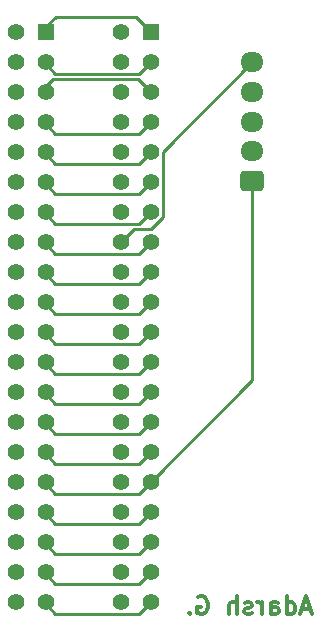
<source format=gbr>
%TF.GenerationSoftware,KiCad,Pcbnew,7.0.5*%
%TF.CreationDate,2023-12-19T10:56:59-08:00*%
%TF.ProjectId,PiN_PiHat,50694e5f-5069-4486-9174-2e6b69636164,rev?*%
%TF.SameCoordinates,Original*%
%TF.FileFunction,Copper,L2,Bot*%
%TF.FilePolarity,Positive*%
%FSLAX46Y46*%
G04 Gerber Fmt 4.6, Leading zero omitted, Abs format (unit mm)*
G04 Created by KiCad (PCBNEW 7.0.5) date 2023-12-19 10:56:59*
%MOMM*%
%LPD*%
G01*
G04 APERTURE LIST*
G04 Aperture macros list*
%AMRoundRect*
0 Rectangle with rounded corners*
0 $1 Rounding radius*
0 $2 $3 $4 $5 $6 $7 $8 $9 X,Y pos of 4 corners*
0 Add a 4 corners polygon primitive as box body*
4,1,4,$2,$3,$4,$5,$6,$7,$8,$9,$2,$3,0*
0 Add four circle primitives for the rounded corners*
1,1,$1+$1,$2,$3*
1,1,$1+$1,$4,$5*
1,1,$1+$1,$6,$7*
1,1,$1+$1,$8,$9*
0 Add four rect primitives between the rounded corners*
20,1,$1+$1,$2,$3,$4,$5,0*
20,1,$1+$1,$4,$5,$6,$7,0*
20,1,$1+$1,$6,$7,$8,$9,0*
20,1,$1+$1,$8,$9,$2,$3,0*%
G04 Aperture macros list end*
%ADD10C,0.300000*%
%TA.AperFunction,NonConductor*%
%ADD11C,0.300000*%
%TD*%
%TA.AperFunction,ComponentPad*%
%ADD12C,1.398000*%
%TD*%
%TA.AperFunction,ComponentPad*%
%ADD13R,1.398000X1.398000*%
%TD*%
%TA.AperFunction,ComponentPad*%
%ADD14RoundRect,0.250000X0.725000X-0.600000X0.725000X0.600000X-0.725000X0.600000X-0.725000X-0.600000X0*%
%TD*%
%TA.AperFunction,ComponentPad*%
%ADD15O,1.950000X1.700000*%
%TD*%
%TA.AperFunction,Conductor*%
%ADD16C,0.250000*%
%TD*%
G04 APERTURE END LIST*
D10*
D11*
X135406917Y-76842257D02*
X134692632Y-76842257D01*
X135549774Y-77270828D02*
X135049774Y-75770828D01*
X135049774Y-75770828D02*
X134549774Y-77270828D01*
X133406918Y-77270828D02*
X133406918Y-75770828D01*
X133406918Y-77199400D02*
X133549775Y-77270828D01*
X133549775Y-77270828D02*
X133835489Y-77270828D01*
X133835489Y-77270828D02*
X133978346Y-77199400D01*
X133978346Y-77199400D02*
X134049775Y-77127971D01*
X134049775Y-77127971D02*
X134121203Y-76985114D01*
X134121203Y-76985114D02*
X134121203Y-76556542D01*
X134121203Y-76556542D02*
X134049775Y-76413685D01*
X134049775Y-76413685D02*
X133978346Y-76342257D01*
X133978346Y-76342257D02*
X133835489Y-76270828D01*
X133835489Y-76270828D02*
X133549775Y-76270828D01*
X133549775Y-76270828D02*
X133406918Y-76342257D01*
X132049775Y-77270828D02*
X132049775Y-76485114D01*
X132049775Y-76485114D02*
X132121203Y-76342257D01*
X132121203Y-76342257D02*
X132264060Y-76270828D01*
X132264060Y-76270828D02*
X132549775Y-76270828D01*
X132549775Y-76270828D02*
X132692632Y-76342257D01*
X132049775Y-77199400D02*
X132192632Y-77270828D01*
X132192632Y-77270828D02*
X132549775Y-77270828D01*
X132549775Y-77270828D02*
X132692632Y-77199400D01*
X132692632Y-77199400D02*
X132764060Y-77056542D01*
X132764060Y-77056542D02*
X132764060Y-76913685D01*
X132764060Y-76913685D02*
X132692632Y-76770828D01*
X132692632Y-76770828D02*
X132549775Y-76699400D01*
X132549775Y-76699400D02*
X132192632Y-76699400D01*
X132192632Y-76699400D02*
X132049775Y-76627971D01*
X131335489Y-77270828D02*
X131335489Y-76270828D01*
X131335489Y-76556542D02*
X131264060Y-76413685D01*
X131264060Y-76413685D02*
X131192632Y-76342257D01*
X131192632Y-76342257D02*
X131049774Y-76270828D01*
X131049774Y-76270828D02*
X130906917Y-76270828D01*
X130478346Y-77199400D02*
X130335489Y-77270828D01*
X130335489Y-77270828D02*
X130049775Y-77270828D01*
X130049775Y-77270828D02*
X129906918Y-77199400D01*
X129906918Y-77199400D02*
X129835489Y-77056542D01*
X129835489Y-77056542D02*
X129835489Y-76985114D01*
X129835489Y-76985114D02*
X129906918Y-76842257D01*
X129906918Y-76842257D02*
X130049775Y-76770828D01*
X130049775Y-76770828D02*
X130264061Y-76770828D01*
X130264061Y-76770828D02*
X130406918Y-76699400D01*
X130406918Y-76699400D02*
X130478346Y-76556542D01*
X130478346Y-76556542D02*
X130478346Y-76485114D01*
X130478346Y-76485114D02*
X130406918Y-76342257D01*
X130406918Y-76342257D02*
X130264061Y-76270828D01*
X130264061Y-76270828D02*
X130049775Y-76270828D01*
X130049775Y-76270828D02*
X129906918Y-76342257D01*
X129192632Y-77270828D02*
X129192632Y-75770828D01*
X128549775Y-77270828D02*
X128549775Y-76485114D01*
X128549775Y-76485114D02*
X128621203Y-76342257D01*
X128621203Y-76342257D02*
X128764060Y-76270828D01*
X128764060Y-76270828D02*
X128978346Y-76270828D01*
X128978346Y-76270828D02*
X129121203Y-76342257D01*
X129121203Y-76342257D02*
X129192632Y-76413685D01*
X125906917Y-75842257D02*
X126049775Y-75770828D01*
X126049775Y-75770828D02*
X126264060Y-75770828D01*
X126264060Y-75770828D02*
X126478346Y-75842257D01*
X126478346Y-75842257D02*
X126621203Y-75985114D01*
X126621203Y-75985114D02*
X126692632Y-76127971D01*
X126692632Y-76127971D02*
X126764060Y-76413685D01*
X126764060Y-76413685D02*
X126764060Y-76627971D01*
X126764060Y-76627971D02*
X126692632Y-76913685D01*
X126692632Y-76913685D02*
X126621203Y-77056542D01*
X126621203Y-77056542D02*
X126478346Y-77199400D01*
X126478346Y-77199400D02*
X126264060Y-77270828D01*
X126264060Y-77270828D02*
X126121203Y-77270828D01*
X126121203Y-77270828D02*
X125906917Y-77199400D01*
X125906917Y-77199400D02*
X125835489Y-77127971D01*
X125835489Y-77127971D02*
X125835489Y-76627971D01*
X125835489Y-76627971D02*
X126121203Y-76627971D01*
X125192632Y-77127971D02*
X125121203Y-77199400D01*
X125121203Y-77199400D02*
X125192632Y-77270828D01*
X125192632Y-77270828D02*
X125264060Y-77199400D01*
X125264060Y-77199400D02*
X125192632Y-77127971D01*
X125192632Y-77127971D02*
X125192632Y-77270828D01*
D12*
%TO.P,PI_to_Header1,1,Pin_1*%
%TO.N,Net-(Out1-Pin_1)*%
X110490000Y-27940000D03*
D13*
%TO.P,PI_to_Header1,2,Pin_2*%
%TO.N,Net-(Out1-Pin_2)*%
X113030000Y-27940000D03*
D12*
%TO.P,PI_to_Header1,3,Pin_3*%
%TO.N,Net-(Out1-Pin_3)*%
X110490000Y-30480000D03*
%TO.P,PI_to_Header1,4,Pin_4*%
%TO.N,Net-(Out1-Pin_4)*%
X113030000Y-30480000D03*
%TO.P,PI_to_Header1,5,Pin_5*%
%TO.N,Net-(Out1-Pin_5)*%
X110490000Y-33020000D03*
%TO.P,PI_to_Header1,6,Pin_6*%
%TO.N,Net-(Out1-Pin_6)*%
X113030000Y-33020000D03*
%TO.P,PI_to_Header1,7,Pin_7*%
%TO.N,Net-(Out1-Pin_7)*%
X110490000Y-35560000D03*
%TO.P,PI_to_Header1,8,Pin_8*%
%TO.N,Net-(Out1-Pin_8)*%
X113030000Y-35560000D03*
%TO.P,PI_to_Header1,9,Pin_9*%
%TO.N,Net-(Out1-Pin_9)*%
X110490000Y-38100000D03*
%TO.P,PI_to_Header1,10,Pin_10*%
%TO.N,Net-(Out1-Pin_10)*%
X113030000Y-38100000D03*
%TO.P,PI_to_Header1,11,Pin_11*%
%TO.N,Net-(Out1-Pin_11)*%
X110490000Y-40640000D03*
%TO.P,PI_to_Header1,12,Pin_12*%
%TO.N,Net-(Out1-Pin_12)*%
X113030000Y-40640000D03*
%TO.P,PI_to_Header1,13,Pin_13*%
%TO.N,Net-(Out1-Pin_13)*%
X110490000Y-43180000D03*
%TO.P,PI_to_Header1,14,Pin_14*%
%TO.N,Net-(Out1-Pin_14)*%
X113030000Y-43180000D03*
%TO.P,PI_to_Header1,15,Pin_15*%
%TO.N,Net-(Out1-Pin_15)*%
X110490000Y-45720000D03*
%TO.P,PI_to_Header1,16,Pin_16*%
%TO.N,Net-(Out1-Pin_16)*%
X113030000Y-45720000D03*
%TO.P,PI_to_Header1,17,Pin_17*%
%TO.N,Net-(Out1-Pin_17)*%
X110490000Y-48260000D03*
%TO.P,PI_to_Header1,18,Pin_18*%
%TO.N,Net-(Out1-Pin_18)*%
X113030000Y-48260000D03*
%TO.P,PI_to_Header1,19,Pin_19*%
%TO.N,Net-(Out1-Pin_19)*%
X110490000Y-50800000D03*
%TO.P,PI_to_Header1,20,Pin_20*%
%TO.N,Net-(Out1-Pin_20)*%
X113030000Y-50800000D03*
%TO.P,PI_to_Header1,21,Pin_21*%
%TO.N,Net-(Out1-Pin_21)*%
X110490000Y-53340000D03*
%TO.P,PI_to_Header1,22,Pin_22*%
%TO.N,Net-(Out1-Pin_22)*%
X113030000Y-53340000D03*
%TO.P,PI_to_Header1,23,Pin_23*%
%TO.N,Net-(Out1-Pin_23)*%
X110490000Y-55880000D03*
%TO.P,PI_to_Header1,24,Pin_24*%
%TO.N,Net-(Out1-Pin_24)*%
X113030000Y-55880000D03*
%TO.P,PI_to_Header1,25,Pin_25*%
%TO.N,Net-(Out1-Pin_25)*%
X110490000Y-58420000D03*
%TO.P,PI_to_Header1,26,Pin_26*%
%TO.N,Net-(Out1-Pin_26)*%
X113030000Y-58420000D03*
%TO.P,PI_to_Header1,27,Pin_27*%
%TO.N,Net-(Out1-Pin_27)*%
X110490000Y-60960000D03*
%TO.P,PI_to_Header1,28,Pin_28*%
%TO.N,Net-(Out1-Pin_28)*%
X113030000Y-60960000D03*
%TO.P,PI_to_Header1,29,Pin_29*%
%TO.N,Net-(Out1-Pin_29)*%
X110490000Y-63500000D03*
%TO.P,PI_to_Header1,30,Pin_30*%
%TO.N,Net-(Out1-Pin_30)*%
X113030000Y-63500000D03*
%TO.P,PI_to_Header1,31,Pin_31*%
%TO.N,Net-(Out1-Pin_31)*%
X110490000Y-66040000D03*
%TO.P,PI_to_Header1,32,Pin_32*%
%TO.N,Net-(Out1-Pin_32)*%
X113030000Y-66040000D03*
%TO.P,PI_to_Header1,33,Pin_33*%
%TO.N,Net-(Out1-Pin_33)*%
X110490000Y-68580000D03*
%TO.P,PI_to_Header1,34,Pin_34*%
%TO.N,Net-(Out1-Pin_34)*%
X113030000Y-68580000D03*
%TO.P,PI_to_Header1,35,Pin_35*%
%TO.N,Net-(Out1-Pin_35)*%
X110490000Y-71120000D03*
%TO.P,PI_to_Header1,36,Pin_36*%
%TO.N,Net-(Out1-Pin_36)*%
X113030000Y-71120000D03*
%TO.P,PI_to_Header1,37,Pin_37*%
%TO.N,Net-(Out1-Pin_37)*%
X110490000Y-73660000D03*
%TO.P,PI_to_Header1,38,Pin_38*%
%TO.N,Net-(Out1-Pin_38)*%
X113030000Y-73660000D03*
%TO.P,PI_to_Header1,39,Pin_39*%
%TO.N,Net-(Out1-Pin_39)*%
X110490000Y-76200000D03*
%TO.P,PI_to_Header1,40,Pin_40*%
%TO.N,Net-(Out1-Pin_40)*%
X113030000Y-76200000D03*
%TD*%
%TO.P,Out1,1,Pin_1*%
%TO.N,Net-(Out1-Pin_1)*%
X119380000Y-27940000D03*
D13*
%TO.P,Out1,2,Pin_2*%
%TO.N,Net-(Out1-Pin_2)*%
X121920000Y-27940000D03*
D12*
%TO.P,Out1,3,Pin_3*%
%TO.N,Net-(Out1-Pin_3)*%
X119380000Y-30480000D03*
%TO.P,Out1,4,Pin_4*%
%TO.N,Net-(Out1-Pin_4)*%
X121920000Y-30480000D03*
%TO.P,Out1,5,Pin_5*%
%TO.N,Net-(Out1-Pin_5)*%
X119380000Y-33020000D03*
%TO.P,Out1,6,Pin_6*%
%TO.N,Net-(Out1-Pin_6)*%
X121920000Y-33020000D03*
%TO.P,Out1,7,Pin_7*%
%TO.N,Net-(Out1-Pin_7)*%
X119380000Y-35560000D03*
%TO.P,Out1,8,Pin_8*%
%TO.N,Net-(Out1-Pin_8)*%
X121920000Y-35560000D03*
%TO.P,Out1,9,Pin_9*%
%TO.N,Net-(Out1-Pin_9)*%
X119380000Y-38100000D03*
%TO.P,Out1,10,Pin_10*%
%TO.N,Net-(Out1-Pin_10)*%
X121920000Y-38100000D03*
%TO.P,Out1,11,Pin_11*%
%TO.N,Net-(Out1-Pin_11)*%
X119380000Y-40640000D03*
%TO.P,Out1,12,Pin_12*%
%TO.N,Net-(Out1-Pin_12)*%
X121920000Y-40640000D03*
%TO.P,Out1,13,Pin_13*%
%TO.N,Net-(Out1-Pin_13)*%
X119380000Y-43180000D03*
%TO.P,Out1,14,Pin_14*%
%TO.N,Net-(Out1-Pin_14)*%
X121920000Y-43180000D03*
%TO.P,Out1,15,Pin_15*%
%TO.N,Net-(Out1-Pin_15)*%
X119380000Y-45720000D03*
%TO.P,Out1,16,Pin_16*%
%TO.N,Net-(Out1-Pin_16)*%
X121920000Y-45720000D03*
%TO.P,Out1,17,Pin_17*%
%TO.N,Net-(Out1-Pin_17)*%
X119380000Y-48260000D03*
%TO.P,Out1,18,Pin_18*%
%TO.N,Net-(Out1-Pin_18)*%
X121920000Y-48260000D03*
%TO.P,Out1,19,Pin_19*%
%TO.N,Net-(Out1-Pin_19)*%
X119380000Y-50800000D03*
%TO.P,Out1,20,Pin_20*%
%TO.N,Net-(Out1-Pin_20)*%
X121920000Y-50800000D03*
%TO.P,Out1,21,Pin_21*%
%TO.N,Net-(Out1-Pin_21)*%
X119380000Y-53340000D03*
%TO.P,Out1,22,Pin_22*%
%TO.N,Net-(Out1-Pin_22)*%
X121920000Y-53340000D03*
%TO.P,Out1,23,Pin_23*%
%TO.N,Net-(Out1-Pin_23)*%
X119380000Y-55880000D03*
%TO.P,Out1,24,Pin_24*%
%TO.N,Net-(Out1-Pin_24)*%
X121920000Y-55880000D03*
%TO.P,Out1,25,Pin_25*%
%TO.N,Net-(Out1-Pin_25)*%
X119380000Y-58420000D03*
%TO.P,Out1,26,Pin_26*%
%TO.N,Net-(Out1-Pin_26)*%
X121920000Y-58420000D03*
%TO.P,Out1,27,Pin_27*%
%TO.N,Net-(Out1-Pin_27)*%
X119380000Y-60960000D03*
%TO.P,Out1,28,Pin_28*%
%TO.N,Net-(Out1-Pin_28)*%
X121920000Y-60960000D03*
%TO.P,Out1,29,Pin_29*%
%TO.N,Net-(Out1-Pin_29)*%
X119380000Y-63500000D03*
%TO.P,Out1,30,Pin_30*%
%TO.N,Net-(Out1-Pin_30)*%
X121920000Y-63500000D03*
%TO.P,Out1,31,Pin_31*%
%TO.N,Net-(Out1-Pin_31)*%
X119380000Y-66040000D03*
%TO.P,Out1,32,Pin_32*%
%TO.N,Net-(Out1-Pin_32)*%
X121920000Y-66040000D03*
%TO.P,Out1,33,Pin_33*%
%TO.N,Net-(Out1-Pin_33)*%
X119380000Y-68580000D03*
%TO.P,Out1,34,Pin_34*%
%TO.N,Net-(Out1-Pin_34)*%
X121920000Y-68580000D03*
%TO.P,Out1,35,Pin_35*%
%TO.N,Net-(Out1-Pin_35)*%
X119380000Y-71120000D03*
%TO.P,Out1,36,Pin_36*%
%TO.N,Net-(Out1-Pin_36)*%
X121920000Y-71120000D03*
%TO.P,Out1,37,Pin_37*%
%TO.N,Net-(Out1-Pin_37)*%
X119380000Y-73660000D03*
%TO.P,Out1,38,Pin_38*%
%TO.N,Net-(Out1-Pin_38)*%
X121920000Y-73660000D03*
%TO.P,Out1,39,Pin_39*%
%TO.N,Net-(Out1-Pin_39)*%
X119380000Y-76200000D03*
%TO.P,Out1,40,Pin_40*%
%TO.N,Net-(Out1-Pin_40)*%
X121920000Y-76200000D03*
%TD*%
D14*
%TO.P,Pi1_to_PiN,1,Pin_1*%
%TO.N,Net-(Out1-Pin_32)*%
X130510000Y-40560000D03*
D15*
%TO.P,Pi1_to_PiN,2,Pin_2*%
%TO.N,Net-(Out1-Pin_36)*%
X130510000Y-38060000D03*
%TO.P,Pi1_to_PiN,3,Pin_3*%
%TO.N,Net-(Out1-Pin_10)*%
X130510000Y-35560000D03*
%TO.P,Pi1_to_PiN,4,Pin_4*%
%TO.N,Net-(Out1-Pin_6)*%
X130510000Y-33060000D03*
%TO.P,Pi1_to_PiN,5,Pin_5*%
%TO.N,Net-(Out1-Pin_15)*%
X130510000Y-30560000D03*
%TD*%
D16*
%TO.N,Net-(Out1-Pin_2)*%
X113860000Y-26670000D02*
X112690000Y-27840000D01*
X113860000Y-26670000D02*
X120650000Y-26670000D01*
X121920000Y-27940000D02*
X120650000Y-26670000D01*
%TO.N,Net-(Out1-Pin_4)*%
X120896000Y-31504000D02*
X113814000Y-31504000D01*
X121920000Y-30480000D02*
X120896000Y-31504000D01*
X113814000Y-31504000D02*
X112690000Y-30380000D01*
%TO.N,Net-(Out1-Pin_8)*%
X113814000Y-36584000D02*
X112690000Y-35460000D01*
X121920000Y-35560000D02*
X120896000Y-36584000D01*
X120896000Y-36584000D02*
X113814000Y-36584000D01*
%TO.N,Net-(Out1-Pin_12)*%
X120896000Y-41664000D02*
X113814000Y-41664000D01*
X121920000Y-40640000D02*
X120896000Y-41664000D01*
X113814000Y-41664000D02*
X112690000Y-40540000D01*
%TO.N,Net-(Out1-Pin_14)*%
X121920000Y-43180000D02*
X120896000Y-44204000D01*
X113814000Y-44204000D02*
X112690000Y-43080000D01*
X120896000Y-44204000D02*
X113814000Y-44204000D01*
%TO.N,Net-(Out1-Pin_16)*%
X121920000Y-45720000D02*
X120896000Y-46744000D01*
X120896000Y-46744000D02*
X113814000Y-46744000D01*
X113814000Y-46744000D02*
X112690000Y-45620000D01*
%TO.N,Net-(Out1-Pin_18)*%
X120896000Y-49284000D02*
X113814000Y-49284000D01*
X113814000Y-49284000D02*
X112690000Y-48160000D01*
X121920000Y-48260000D02*
X120896000Y-49284000D01*
%TO.N,Net-(Out1-Pin_20)*%
X121920000Y-50800000D02*
X120896000Y-51824000D01*
X113814000Y-51824000D02*
X112690000Y-50700000D01*
X120896000Y-51824000D02*
X113814000Y-51824000D01*
%TO.N,Net-(Out1-Pin_22)*%
X120896000Y-54364000D02*
X113814000Y-54364000D01*
X113814000Y-54364000D02*
X112690000Y-53240000D01*
X121920000Y-53340000D02*
X120896000Y-54364000D01*
%TO.N,Net-(Out1-Pin_24)*%
X120896000Y-56904000D02*
X113814000Y-56904000D01*
X113814000Y-56904000D02*
X112690000Y-55780000D01*
X121920000Y-55880000D02*
X120896000Y-56904000D01*
%TO.N,Net-(Out1-Pin_26)*%
X120896000Y-59444000D02*
X113814000Y-59444000D01*
X113814000Y-59444000D02*
X112690000Y-58320000D01*
X121920000Y-58420000D02*
X120896000Y-59444000D01*
%TO.N,Net-(Out1-Pin_28)*%
X121920000Y-60960000D02*
X120896000Y-61984000D01*
X113814000Y-61984000D02*
X112690000Y-60860000D01*
X120896000Y-61984000D02*
X113814000Y-61984000D01*
%TO.N,Net-(Out1-Pin_30)*%
X121920000Y-63500000D02*
X120896000Y-64524000D01*
X113814000Y-64524000D02*
X112690000Y-63400000D01*
X120896000Y-64524000D02*
X113814000Y-64524000D01*
%TO.N,Net-(Out1-Pin_38)*%
X120896000Y-74684000D02*
X113814000Y-74684000D01*
X113814000Y-74684000D02*
X112690000Y-73560000D01*
X121920000Y-73660000D02*
X120896000Y-74684000D01*
%TO.N,Net-(Out1-Pin_40)*%
X121920000Y-76200000D02*
X120896000Y-77224000D01*
X120896000Y-77224000D02*
X113814000Y-77224000D01*
X113814000Y-77224000D02*
X112690000Y-76100000D01*
%TO.N,Net-(Out1-Pin_34)*%
X113814000Y-69604000D02*
X112690000Y-68480000D01*
X121920000Y-68580000D02*
X120896000Y-69604000D01*
X120896000Y-69604000D02*
X113814000Y-69604000D01*
%TO.N,Net-(Out1-Pin_36)*%
X120896000Y-72144000D02*
X113814000Y-72144000D01*
X121920000Y-71120000D02*
X120896000Y-72144000D01*
X113814000Y-72144000D02*
X112690000Y-71020000D01*
%TO.N,Net-(Out1-Pin_32)*%
X113814000Y-67064000D02*
X112690000Y-65940000D01*
X121920000Y-66040000D02*
X120896000Y-67064000D01*
X130510000Y-57450000D02*
X121920000Y-66040000D01*
X130510000Y-40560000D02*
X130510000Y-57450000D01*
X120896000Y-67064000D02*
X113814000Y-67064000D01*
%TO.N,Net-(Out1-Pin_15)*%
X122944000Y-43604155D02*
X121894155Y-44654000D01*
X122944000Y-38126000D02*
X122944000Y-43604155D01*
X130510000Y-30560000D02*
X122944000Y-38126000D01*
X121894155Y-44654000D02*
X120446000Y-44654000D01*
X120446000Y-44654000D02*
X119380000Y-45720000D01*
%TO.N,Net-(Out1-Pin_10)*%
X120896000Y-39124000D02*
X113814000Y-39124000D01*
X121920000Y-38100000D02*
X120896000Y-39124000D01*
X113814000Y-39124000D02*
X112690000Y-38000000D01*
%TO.N,Net-(Out1-Pin_6)*%
X120854000Y-31954000D02*
X113656000Y-31954000D01*
X113656000Y-31954000D02*
X112690000Y-32920000D01*
X121920000Y-33020000D02*
X120854000Y-31954000D01*
%TD*%
M02*

</source>
